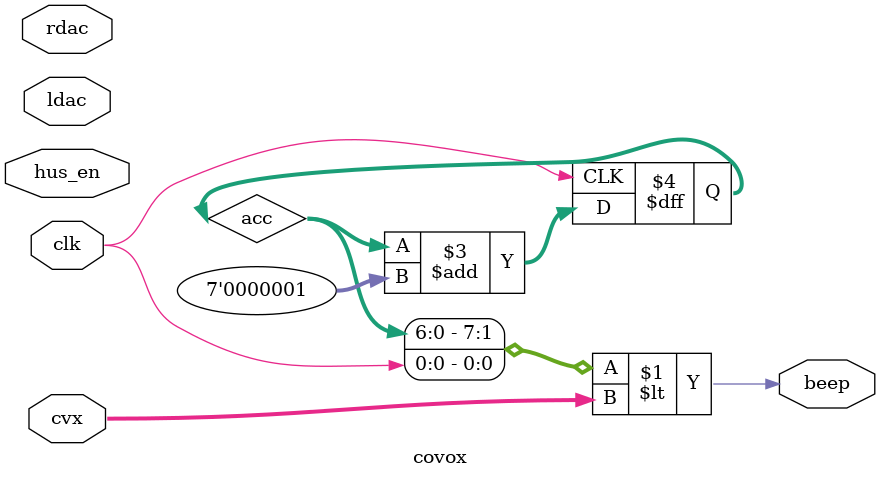
<source format=v>
`include "../include/tune.v"



module covox(
	input clk, hus_en,
	input [7:0] cvx,
	input [15:0] ldac, rdac,
	output beep
	);

	reg [6:0] acc;
	
	assign beep = ({acc[6:0], clk} < cvx);
	
always @(posedge clk)
		acc <= acc + 7'b1;

endmodule

</source>
